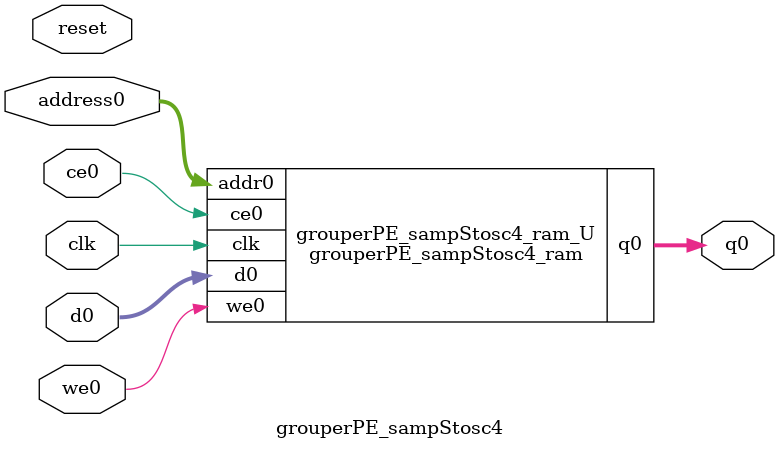
<source format=v>

`timescale 1 ns / 1 ps
module grouperPE_sampStosc4_ram (addr0, ce0, d0, we0, q0,  clk);

parameter DWIDTH = 32;
parameter AWIDTH = 6;
parameter MEM_SIZE = 64;

input[AWIDTH-1:0] addr0;
input ce0;
input[DWIDTH-1:0] d0;
input we0;
output reg[DWIDTH-1:0] q0;
input clk;

(* ram_style = "block" *)reg [DWIDTH-1:0] ram[0:MEM_SIZE-1];




always @(posedge clk)  
begin 
    if (ce0) 
    begin
        if (we0) 
        begin 
            ram[addr0] <= d0; 
            q0 <= d0;
        end 
        else 
            q0 <= ram[addr0];
    end
end


endmodule


`timescale 1 ns / 1 ps
module grouperPE_sampStosc4(
    reset,
    clk,
    address0,
    ce0,
    we0,
    d0,
    q0);

parameter DataWidth = 32'd32;
parameter AddressRange = 32'd64;
parameter AddressWidth = 32'd6;
input reset;
input clk;
input[AddressWidth - 1:0] address0;
input ce0;
input we0;
input[DataWidth - 1:0] d0;
output[DataWidth - 1:0] q0;



grouperPE_sampStosc4_ram grouperPE_sampStosc4_ram_U(
    .clk( clk ),
    .addr0( address0 ),
    .ce0( ce0 ),
    .we0( we0 ),
    .d0( d0 ),
    .q0( q0 ));

endmodule


</source>
